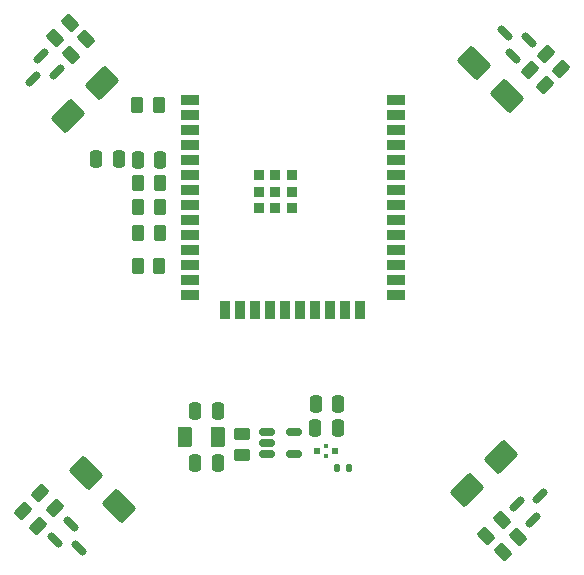
<source format=gbr>
%TF.GenerationSoftware,KiCad,Pcbnew,9.0.0-9.0.0-2~ubuntu22.04.1*%
%TF.CreationDate,2025-03-12T10:46:36+01:00*%
%TF.ProjectId,nano_drone,6e616e6f-5f64-4726-9f6e-652e6b696361,rev?*%
%TF.SameCoordinates,Original*%
%TF.FileFunction,Paste,Top*%
%TF.FilePolarity,Positive*%
%FSLAX46Y46*%
G04 Gerber Fmt 4.6, Leading zero omitted, Abs format (unit mm)*
G04 Created by KiCad (PCBNEW 9.0.0-9.0.0-2~ubuntu22.04.1) date 2025-03-12 10:46:36*
%MOMM*%
%LPD*%
G01*
G04 APERTURE LIST*
G04 Aperture macros list*
%AMRoundRect*
0 Rectangle with rounded corners*
0 $1 Rounding radius*
0 $2 $3 $4 $5 $6 $7 $8 $9 X,Y pos of 4 corners*
0 Add a 4 corners polygon primitive as box body*
4,1,4,$2,$3,$4,$5,$6,$7,$8,$9,$2,$3,0*
0 Add four circle primitives for the rounded corners*
1,1,$1+$1,$2,$3*
1,1,$1+$1,$4,$5*
1,1,$1+$1,$6,$7*
1,1,$1+$1,$8,$9*
0 Add four rect primitives between the rounded corners*
20,1,$1+$1,$2,$3,$4,$5,0*
20,1,$1+$1,$4,$5,$6,$7,0*
20,1,$1+$1,$6,$7,$8,$9,0*
20,1,$1+$1,$8,$9,$2,$3,0*%
G04 Aperture macros list end*
%ADD10RoundRect,0.150000X-0.309359X-0.521491X0.521491X0.309359X0.309359X0.521491X-0.521491X-0.309359X0*%
%ADD11RoundRect,0.250000X0.247487X1.166726X-1.166726X-0.247487X-0.247487X-1.166726X1.166726X0.247487X0*%
%ADD12RoundRect,0.250000X0.262500X0.450000X-0.262500X0.450000X-0.262500X-0.450000X0.262500X-0.450000X0*%
%ADD13RoundRect,0.250000X-1.166726X0.247487X0.247487X-1.166726X1.166726X-0.247487X-0.247487X1.166726X0*%
%ADD14R,1.500000X0.900000*%
%ADD15R,0.900000X1.500000*%
%ADD16R,0.900000X0.900000*%
%ADD17RoundRect,0.250000X0.503814X0.132583X0.132583X0.503814X-0.503814X-0.132583X-0.132583X-0.503814X0*%
%ADD18RoundRect,0.250000X-0.250000X-0.475000X0.250000X-0.475000X0.250000X0.475000X-0.250000X0.475000X0*%
%ADD19RoundRect,0.250000X-0.262500X-0.450000X0.262500X-0.450000X0.262500X0.450000X-0.262500X0.450000X0*%
%ADD20RoundRect,0.250000X-0.503814X-0.132583X-0.132583X-0.503814X0.503814X0.132583X0.132583X0.503814X0*%
%ADD21RoundRect,0.250000X0.250000X0.475000X-0.250000X0.475000X-0.250000X-0.475000X0.250000X-0.475000X0*%
%ADD22RoundRect,0.250000X0.132583X-0.503814X0.503814X-0.132583X-0.132583X0.503814X-0.503814X0.132583X0*%
%ADD23RoundRect,0.250000X-0.375000X-0.625000X0.375000X-0.625000X0.375000X0.625000X-0.375000X0.625000X0*%
%ADD24RoundRect,0.250000X-0.132583X0.503814X-0.503814X0.132583X0.132583X-0.503814X0.503814X-0.132583X0*%
%ADD25RoundRect,0.150000X0.521491X-0.309359X-0.309359X0.521491X-0.521491X0.309359X0.309359X-0.521491X0*%
%ADD26RoundRect,0.150000X0.309359X0.521491X-0.521491X-0.309359X-0.309359X-0.521491X0.521491X0.309359X0*%
%ADD27RoundRect,0.250000X1.166726X-0.247487X-0.247487X1.166726X-1.166726X0.247487X0.247487X-1.166726X0*%
%ADD28R,0.600000X0.600000*%
%ADD29R,0.400000X0.400000*%
%ADD30RoundRect,0.250000X-0.450000X0.262500X-0.450000X-0.262500X0.450000X-0.262500X0.450000X0.262500X0*%
%ADD31RoundRect,0.150000X-0.512500X-0.150000X0.512500X-0.150000X0.512500X0.150000X-0.512500X0.150000X0*%
%ADD32RoundRect,0.250000X-0.247487X-1.166726X1.166726X0.247487X0.247487X1.166726X-1.166726X-0.247487X0*%
%ADD33RoundRect,0.147500X-0.147500X-0.172500X0.147500X-0.172500X0.147500X0.172500X-0.147500X0.172500X0*%
%ADD34RoundRect,0.150000X-0.521491X0.309359X0.309359X-0.521491X0.521491X-0.309359X-0.309359X0.521491X0*%
G04 APERTURE END LIST*
D10*
%TO.C,Q3*%
X168238038Y-118446393D03*
X169581541Y-119789896D03*
X170235615Y-117792319D03*
%TD*%
D11*
%TO.C,D2*%
X133084360Y-82796071D03*
X130255932Y-85624499D03*
%TD*%
D12*
%TO.C,R2*%
X137959360Y-98296071D03*
X136134360Y-98296071D03*
%TD*%
D13*
%TO.C,D5*%
X131755932Y-115792643D03*
X134584360Y-118621071D03*
%TD*%
D14*
%TO.C,U1*%
X140538038Y-84266393D03*
X140538038Y-85536393D03*
X140538038Y-86806393D03*
X140538038Y-88076393D03*
X140538038Y-89346393D03*
X140538038Y-90616393D03*
X140538038Y-91886393D03*
X140538038Y-93156393D03*
X140538038Y-94426393D03*
X140538038Y-95696393D03*
X140538038Y-96966393D03*
X140538038Y-98236393D03*
X140538038Y-99506393D03*
X140538038Y-100776393D03*
D15*
X143578038Y-102026393D03*
X144848038Y-102026393D03*
X146118038Y-102026393D03*
X147388038Y-102026393D03*
X148658038Y-102026393D03*
X149928038Y-102026393D03*
X151198038Y-102026393D03*
X152468038Y-102026393D03*
X153738038Y-102026393D03*
X155008038Y-102026393D03*
D14*
X158038038Y-100776393D03*
X158038038Y-99506393D03*
X158038038Y-98236393D03*
X158038038Y-96966393D03*
X158038038Y-95696393D03*
X158038038Y-94426393D03*
X158038038Y-93156393D03*
X158038038Y-91886393D03*
X158038038Y-90616393D03*
X158038038Y-89346393D03*
X158038038Y-88076393D03*
X158038038Y-86806393D03*
X158038038Y-85536393D03*
X158038038Y-84266393D03*
D16*
X146388038Y-90586393D03*
X146388038Y-91986393D03*
X146388038Y-93386393D03*
X147788038Y-90586393D03*
X147788038Y-91986393D03*
X147788038Y-93386393D03*
X149188038Y-90586393D03*
X149188038Y-91986393D03*
X149188038Y-93386393D03*
%TD*%
D17*
%TO.C,R12*%
X172004595Y-81591306D03*
X170714125Y-80300836D03*
%TD*%
D12*
%TO.C,R1*%
X138009360Y-95496071D03*
X136184360Y-95496071D03*
%TD*%
D18*
%TO.C,C1*%
X132634360Y-89246071D03*
X134534360Y-89246071D03*
%TD*%
D19*
%TO.C,R4*%
X136213038Y-91296393D03*
X138038038Y-91296393D03*
%TD*%
D20*
%TO.C,R10*%
X127843890Y-117505601D03*
X129134360Y-118796071D03*
%TD*%
D21*
%TO.C,C3*%
X142938038Y-114996393D03*
X141038038Y-114996393D03*
%TD*%
D20*
%TO.C,R14*%
X126418890Y-119005601D03*
X127709360Y-120296071D03*
%TD*%
D21*
%TO.C,C4*%
X142938038Y-110596393D03*
X141038038Y-110596393D03*
%TD*%
D22*
%TO.C,R9*%
X165668890Y-121111541D03*
X166959360Y-119821071D03*
%TD*%
D23*
%TO.C,F1*%
X140138038Y-112796393D03*
X142938038Y-112796393D03*
%TD*%
D22*
%TO.C,R13*%
X167043890Y-122536541D03*
X168334360Y-121246071D03*
%TD*%
D24*
%TO.C,R11*%
X130399830Y-77680601D03*
X129109360Y-78971071D03*
%TD*%
D25*
%TO.C,Q2*%
X167929199Y-80531057D03*
X169272702Y-79187554D03*
X167275125Y-78533480D03*
%TD*%
D26*
%TO.C,Q1*%
X129294024Y-81829910D03*
X127950521Y-80486407D03*
X127296447Y-82483984D03*
%TD*%
D12*
%TO.C,R5*%
X138038038Y-93296393D03*
X136213038Y-93296393D03*
%TD*%
D27*
%TO.C,D3*%
X167423574Y-83935285D03*
X164595146Y-81106857D03*
%TD*%
D28*
%TO.C,FL1*%
X151288038Y-113946393D03*
X152888038Y-113946393D03*
D29*
X152088038Y-114346393D03*
X152088038Y-113546393D03*
%TD*%
D30*
%TO.C,R6*%
X144938038Y-112471393D03*
X144938038Y-114296393D03*
%TD*%
D24*
%TO.C,R7*%
X131774830Y-79105601D03*
X130484360Y-80396071D03*
%TD*%
D17*
%TO.C,R8*%
X170629595Y-82966306D03*
X169339125Y-81675836D03*
%TD*%
D18*
%TO.C,C5*%
X151238038Y-109996393D03*
X153138038Y-109996393D03*
%TD*%
D31*
%TO.C,U2*%
X147100538Y-112346393D03*
X147100538Y-113296393D03*
X147100538Y-114246393D03*
X149375538Y-114246393D03*
X149375538Y-112346393D03*
%TD*%
D12*
%TO.C,R3*%
X137938038Y-84696393D03*
X136113038Y-84696393D03*
%TD*%
D18*
%TO.C,C2*%
X136138038Y-89296393D03*
X138038038Y-89296393D03*
%TD*%
D32*
%TO.C,D4*%
X164045146Y-117260285D03*
X166873574Y-114431857D03*
%TD*%
D18*
%TO.C,C6*%
X151188038Y-111996393D03*
X153088038Y-111996393D03*
%TD*%
D33*
%TO.C,D1*%
X153049360Y-115421071D03*
X154019360Y-115421071D03*
%TD*%
D34*
%TO.C,Q4*%
X130496877Y-120161729D03*
X129153374Y-121505232D03*
X131150951Y-122159306D03*
%TD*%
M02*

</source>
